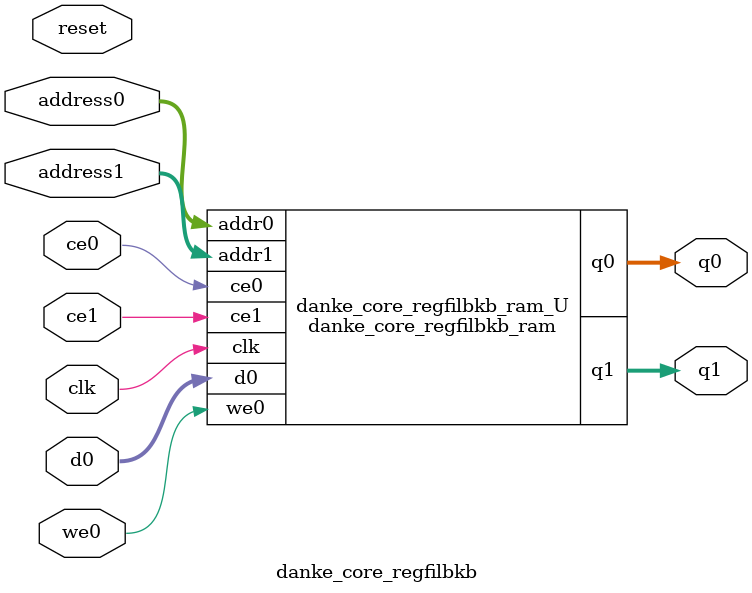
<source format=v>

`timescale 1 ns / 1 ps
module danke_core_regfilbkb_ram (addr0, ce0, d0, we0, q0, addr1, ce1, q1,  clk);

parameter DWIDTH = 32;
parameter AWIDTH = 5;
parameter MEM_SIZE = 32;

input[AWIDTH-1:0] addr0;
input ce0;
input[DWIDTH-1:0] d0;
input we0;
output reg[DWIDTH-1:0] q0;
input[AWIDTH-1:0] addr1;
input ce1;
output reg[DWIDTH-1:0] q1;
input clk;

(* ram_style = "block" *)reg [DWIDTH-1:0] ram[0:MEM_SIZE-1];




always @(posedge clk)  
begin 
    if (ce0) 
    begin
        if (we0) 
        begin 
            ram[addr0] <= d0; 
            q0 <= d0;
        end 
        else 
            q0 <= ram[addr0];
    end
end


always @(posedge clk)  
begin 
    if (ce1) 
    begin
            q1 <= ram[addr1];
    end
end


endmodule


`timescale 1 ns / 1 ps
module danke_core_regfilbkb(
    reset,
    clk,
    address0,
    ce0,
    we0,
    d0,
    q0,
    address1,
    ce1,
    q1);

parameter DataWidth = 32'd32;
parameter AddressRange = 32'd32;
parameter AddressWidth = 32'd5;
input reset;
input clk;
input[AddressWidth - 1:0] address0;
input ce0;
input we0;
input[DataWidth - 1:0] d0;
output[DataWidth - 1:0] q0;
input[AddressWidth - 1:0] address1;
input ce1;
output[DataWidth - 1:0] q1;



danke_core_regfilbkb_ram danke_core_regfilbkb_ram_U(
    .clk( clk ),
    .addr0( address0 ),
    .ce0( ce0 ),
    .d0( d0 ),
    .we0( we0 ),
    .q0( q0 ),
    .addr1( address1 ),
    .ce1( ce1 ),
    .q1( q1 ));

endmodule


</source>
